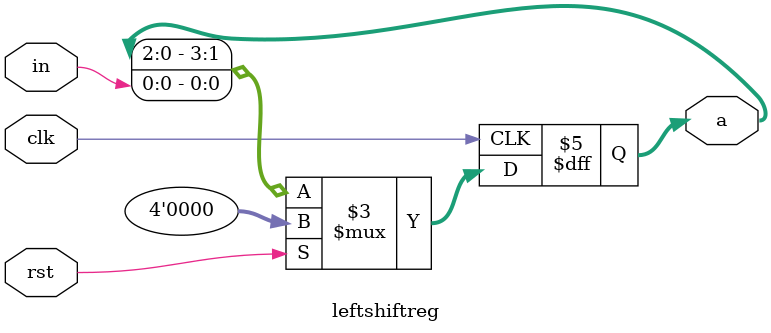
<source format=v>
module leftshiftreg (clk,rst,in,a);

//input wire [3:0] in;
input wire clk;
input wire rst;
input wire in;

output reg  [3:0] a;

always @(posedge clk) begin
    if(rst)

    a=4'b0000;

    else begin

    a ={a[2:0],in};


    end
    
end
    
 endmodule
</source>
